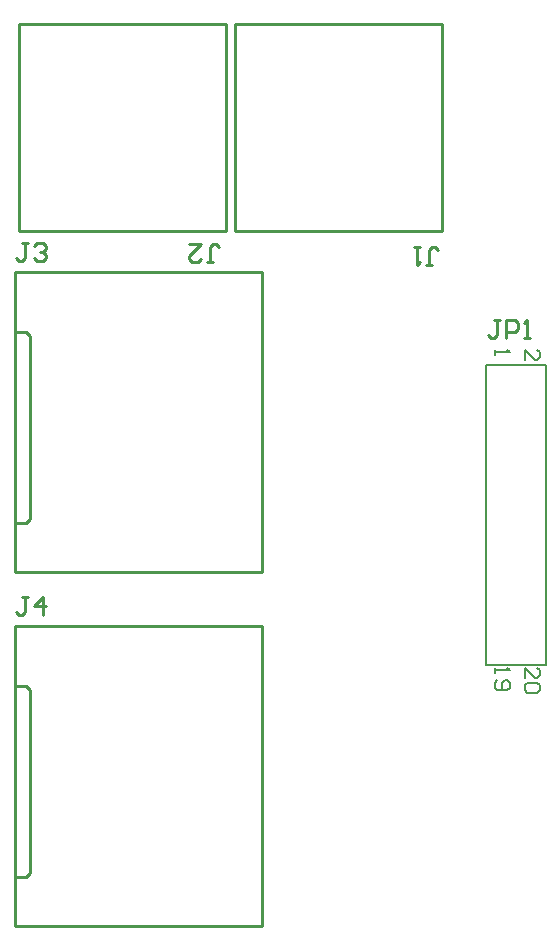
<source format=gto>
%FSLAX24Y24*%
%MOIN*%
G70*
G01*
G75*
%ADD10C,0.0160*%
%ADD11C,0.0100*%
%ADD12C,0.0750*%
%ADD13C,0.0700*%
%ADD14C,0.0591*%
%ADD15R,0.0591X0.0591*%
%ADD16C,0.0080*%
%ADD17C,0.0079*%
D11*
X20600Y47200D02*
X20975D01*
X21100Y47075D01*
Y40950D02*
Y47075D01*
X20975Y40825D02*
X21100Y40950D01*
X20600Y40825D02*
X20975D01*
X20600Y49200D02*
X28850D01*
Y39200D02*
Y49200D01*
X20600Y39200D02*
X28850D01*
X20600D02*
Y49200D01*
Y59000D02*
X20975D01*
X21100Y58875D01*
Y52750D02*
Y58875D01*
X20975Y52625D02*
X21100Y52750D01*
X20600Y52625D02*
X20975D01*
X20600Y61000D02*
X28850D01*
Y51000D02*
Y61000D01*
X20600Y51000D02*
X28850D01*
X20600D02*
Y61000D01*
X20750Y69250D02*
X27650D01*
X20750Y62350D02*
Y69250D01*
Y62350D02*
X27650D01*
Y69250D01*
X27950D02*
X34850D01*
X27950Y62350D02*
Y69250D01*
Y62350D02*
X34850D01*
Y69250D01*
X34300Y61240D02*
X34500D01*
X34400D01*
Y61740D01*
X34500Y61840D01*
X34600D01*
X34700Y61740D01*
X34100Y61840D02*
X33900D01*
X34000D01*
Y61240D01*
X34100Y61340D01*
X27000Y61320D02*
X27200D01*
X27100D01*
Y61820D01*
X27200Y61920D01*
X27300D01*
X27400Y61820D01*
X26400Y61920D02*
X26800D01*
X26400Y61520D01*
Y61420D01*
X26500Y61320D01*
X26700D01*
X26800Y61420D01*
X21050Y61950D02*
X20850D01*
X20950D01*
Y61450D01*
X20850Y61350D01*
X20750D01*
X20650Y61450D01*
X21250Y61850D02*
X21350Y61950D01*
X21550D01*
X21650Y61850D01*
Y61750D01*
X21550Y61650D01*
X21450D01*
X21550D01*
X21650Y61550D01*
Y61450D01*
X21550Y61350D01*
X21350D01*
X21250Y61450D01*
X21050Y50150D02*
X20850D01*
X20950D01*
Y49650D01*
X20850Y49550D01*
X20750D01*
X20650Y49650D01*
X21550Y49550D02*
Y50150D01*
X21250Y49850D01*
X21650D01*
X36760Y59380D02*
X36560D01*
X36660D01*
Y58880D01*
X36560Y58780D01*
X36460D01*
X36360Y58880D01*
X36960Y58780D02*
Y59380D01*
X37260D01*
X37360Y59280D01*
Y59080D01*
X37260Y58980D01*
X36960D01*
X37560Y58780D02*
X37760D01*
X37660D01*
Y59380D01*
X37560Y59280D01*
D16*
X37600Y58067D02*
Y58400D01*
X37933Y58067D01*
X38017D01*
X38100Y58150D01*
Y58317D01*
X38017Y58400D01*
X36600D02*
Y58233D01*
Y58317D01*
X37100D01*
X37017Y58400D01*
X36600Y47800D02*
Y47633D01*
Y47717D01*
X37100D01*
X37017Y47800D01*
X36683Y47383D02*
X36600Y47300D01*
Y47134D01*
X36683Y47050D01*
X37017D01*
X37100Y47134D01*
Y47300D01*
X37017Y47383D01*
X36933D01*
X36850Y47300D01*
Y47050D01*
X37600Y47467D02*
Y47800D01*
X37933Y47467D01*
X38017D01*
X38100Y47550D01*
Y47717D01*
X38017Y47800D01*
Y47300D02*
X38100Y47217D01*
Y47050D01*
X38017Y46967D01*
X37683D01*
X37600Y47050D01*
Y47217D01*
X37683Y47300D01*
X38017D01*
D17*
X36300Y47900D02*
Y57150D01*
X38300Y47900D02*
Y57150D01*
Y57900D01*
X36300D02*
X38300D01*
X36300Y57150D02*
Y57900D01*
Y47900D02*
X38300D01*
M02*

</source>
